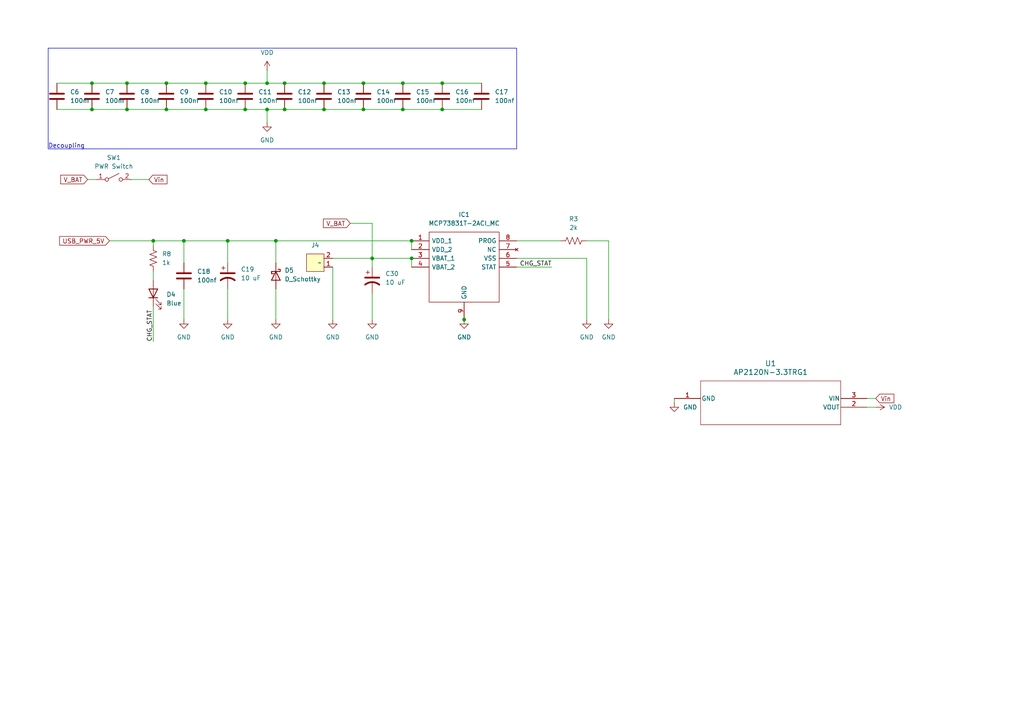
<source format=kicad_sch>
(kicad_sch (version 20231120) (generator "eeschema") (generator_version "8.0")
  (paper "A4")
  (lib_symbols
    (symbol "Device:C" (pin_numbers hide) (pin_names (offset 0.254))
      (property "Reference" "C" (at 0.635 2.54 0))
      (property "Value" "C" (at 0.635 -2.54 0))
      (symbol "C_0_1"
        (polyline (pts (xy -2.032 -0.762) (xy 2.032 -0.762)) (stroke (width 0.508)))
        (polyline (pts (xy -2.032 0.762) (xy 2.032 0.762)) (stroke (width 0.508)))
      )
      (symbol "C_1_1"
        (pin passive line (at 0 3.81 270) (length 2.794) (name "~") (number "1"))
        (pin passive line (at 0 -3.81 90) (length 2.794) (name "~") (number "2"))
      )
    )
    (symbol "Device:C_Polarized_US" (pin_numbers hide) (pin_names (offset 0.254) hide)
      (property "Reference" "C" (at 0.635 2.54 0))
      (property "Value" "C_Polarized_US" (at 0.635 -2.54 0))
      (symbol "C_Polarized_US_0_1"
        (polyline (pts (xy -2.032 0.762) (xy 2.032 0.762)) (stroke (width 0.508)))
        (polyline (pts (xy -1.778 2.286) (xy -0.762 2.286)))
        (polyline (pts (xy -1.27 1.778) (xy -1.27 2.794)))
        (arc (start 2.032 -1.27) (mid 0 -0.5572) (end -2.032 -1.27) (stroke (width 0.508)))
      )
      (symbol "C_Polarized_US_1_1"
        (pin passive line (at 0 3.81 270) (length 2.794) (name "~") (number "1"))
        (pin passive line (at 0 -3.81 90) (length 3.302) (name "~") (number "2"))
      )
    )
    (symbol "Device:D_Schottky" (pin_numbers hide) (pin_names (offset 1.016) hide)
      (property "Reference" "D" (at 0 2.54 0))
      (property "Value" "D_Schottky" (at 0 -2.54 0))
      (symbol "D_Schottky_0_1"
        (polyline (pts (xy 1.27 0) (xy -1.27 0)))
        (polyline (pts (xy 1.27 1.27) (xy 1.27 -1.27) (xy -1.27 0) (xy 1.27 1.27)) (stroke (width 0.254)))
        (polyline (pts (xy -1.905 0.635) (xy -1.905 1.27) (xy -1.27 1.27) (xy -1.27 -1.27) (xy -0.635 -1.27) (xy -0.635 -0.635)) (stroke (width 0.254)))
      )
      (symbol "D_Schottky_1_1"
        (pin passive line (at -3.81 0 0) (length 2.54) (name "K") (number "1"))
        (pin passive line (at 3.81 0 180) (length 2.54) (name "A") (number "2"))
      )
    )
    (symbol "Device:LED" (pin_numbers hide) (pin_names (offset 1.016) hide)
      (property "Reference" "D" (at 0 2.54 0))
      (property "Value" "LED" (at 0 -2.54 0))
      (symbol "LED_0_1"
        (polyline (pts (xy -1.27 -1.27) (xy -1.27 1.27)) (stroke (width 0.254)))
        (polyline (pts (xy -1.27 0) (xy 1.27 0)))
        (polyline (pts (xy 1.27 -1.27) (xy 1.27 1.27) (xy -1.27 0) (xy 1.27 -1.27)) (stroke (width 0.254)))
        (polyline (pts (xy -3.048 -0.762) (xy -4.572 -2.286) (xy -3.81 -2.286) (xy -4.572 -2.286) (xy -4.572 -1.524)))
        (polyline (pts (xy -1.778 -0.762) (xy -3.302 -2.286) (xy -2.54 -2.286) (xy -3.302 -2.286) (xy -3.302 -1.524)))
      )
      (symbol "LED_1_1"
        (pin passive line (at -3.81 0 0) (length 2.54) (name "K") (number "1"))
        (pin passive line (at 3.81 0 180) (length 2.54) (name "A") (number "2"))
      )
    )
    (symbol "Device:R_US" (pin_numbers hide) (pin_names (offset 0))
      (property "Reference" "R" (at 2.54 0 90))
      (property "Value" "R_US" (at -2.54 0 90))
      (symbol "R_US_0_1"
        (polyline (pts (xy 0 -2.286) (xy 0 -2.54)))
        (polyline (pts (xy 0 2.286) (xy 0 2.54)))
        (polyline (pts (xy 0 -0.762) (xy 1.016 -1.143) (xy 0 -1.524) (xy -1.016 -1.905) (xy 0 -2.286)))
        (polyline (pts (xy 0 0.762) (xy 1.016 0.381) (xy 0 0) (xy -1.016 -0.381) (xy 0 -0.762)))
        (polyline (pts (xy 0 2.286) (xy 1.016 1.905) (xy 0 1.524) (xy -1.016 1.143) (xy 0 0.762)))
      )
      (symbol "R_US_1_1"
        (pin passive line (at 0 3.81 270) (length 1.27) (name "~") (number "1"))
        (pin passive line (at 0 -3.81 90) (length 1.27) (name "~") (number "2"))
      )
    )
    (symbol "NoahLibrary:AP2120N-3.3TRG1" (pin_names (offset 0.254))
      (property "Reference" "U" (at 27.94 10.16 0))
      (property "Value" "AP2120N-3.3TRG1" (at 27.94 7.62 0))
      (symbol "AP2120N-3.3TRG1_0_1"
        (polyline (pts (xy 7.62 -7.62) (xy 48.26 -7.62)) (stroke (width 0.127)))
        (polyline (pts (xy 7.62 5.08) (xy 7.62 -7.62)) (stroke (width 0.127)))
        (polyline (pts (xy 48.26 -7.62) (xy 48.26 5.08)) (stroke (width 0.127)))
        (polyline (pts (xy 48.26 5.08) (xy 7.62 5.08)) (stroke (width 0.127)))
        (pin power_in line (at 0 0 0) (length 7.62) (name "GND") (number "1"))
        (pin output line (at 55.88 -2.54 180) (length 7.62) (name "VOUT") (number "2"))
        (pin input line (at 55.88 0 180) (length 7.62) (name "VIN") (number "3"))
      )
    )
    (symbol "NoahLibrary:BM02B-SRSS-TB"
      (property "Reference" "J" (at 0 3.81 0))
      (property "Manf PN" "BM02B-SRSS-TB" (at 12.7 0 0))
      (symbol "BM02B-SRSS-TB_1_1"
        (rectangle (start -2.54 2.54) (end 2.54 -2.54) (fill (type background)))
        (pin input line (at -5.08 1.27 0) (length 2.54) (name "") (number "1"))
        (pin input line (at -5.08 -1.27 0) (length 2.54) (name "") (number "2"))
      )
    )
    (symbol "NoahLibrary:MCP73831T-2ACI_MC" (pin_names (offset 0.762))
      (property "Reference" "IC" (at 5.08 6.604 0))
      (property "Value" "MCP73831T-2ACI_MC" (at 5.08 4.064 0))
      (symbol "MCP73831T-2ACI_MC_0_0"
        (pin passive line (at 0 0 0) (length 5.08) (name "VDD_1") (number "1"))
        (pin passive line (at 0 -2.54 0) (length 5.08) (name "VDD_2") (number "2"))
        (pin passive line (at 0 -5.08 0) (length 5.08) (name "VBAT_1") (number "3"))
        (pin passive line (at 0 -7.62 0) (length 5.08) (name "VBAT_2") (number "4"))
        (pin passive line (at 30.48 -7.62 180) (length 5.08) (name "STAT") (number "5"))
        (pin passive line (at 30.48 -5.08 180) (length 5.08) (name "VSS") (number "6"))
        (pin no_connect line (at 30.48 -2.54 180) (length 5.08) (name "NC") (number "7"))
        (pin passive line (at 30.48 0 180) (length 5.08) (name "PROG") (number "8"))
        (pin passive line (at 15.24 -22.86 90) (length 5.08) (name "GND") (number "9"))
      )
      (symbol "MCP73831T-2ACI_MC_0_1"
        (polyline (pts (xy 5.08 2.54) (xy 25.4 2.54) (xy 25.4 -17.78) (xy 5.08 -17.78) (xy 5.08 2.54)) (stroke (width 0.1524)))
      )
    )
    (symbol "Switch:SW_SPST" (pin_names (offset 0) hide)
      (property "Reference" "SW" (at 0 3.175 0))
      (property "Value" "SW_SPST" (at 0 -2.54 0))
      (symbol "SW_SPST_0_0"
        (circle (center -2.032 0) (radius 0.508))
        (polyline (pts (xy -1.524 0.254) (xy 1.524 1.778)))
        (circle (center 2.032 0) (radius 0.508))
      )
      (symbol "SW_SPST_1_1"
        (pin passive line (at -5.08 0 0) (length 2.54) (name "A") (number "1"))
        (pin passive line (at 5.08 0 180) (length 2.54) (name "B") (number "2"))
      )
    )
    (symbol "power:GND" (power) (pin_numbers hide) (pin_names (offset 0) hide)
      (property "Value" "GND" (at 0 -3.81 0))
      (symbol "GND_0_1"
        (polyline (pts (xy 0 0) (xy 0 -1.27) (xy 1.27 -1.27) (xy 0 -2.54) (xy -1.27 -1.27) (xy 0 -1.27)))
      )
      (symbol "GND_1_1"
        (pin power_in line (at 0 0 270) (length 0) (name "~") (number "1"))
      )
    )
    (symbol "power:VDD" (power) (pin_numbers hide) (pin_names (offset 0) hide)
      (property "Value" "VDD" (at 0 3.556 0))
      (symbol "VDD_0_1"
        (polyline (pts (xy -0.762 1.27) (xy 0 2.54)))
        (polyline (pts (xy 0 0) (xy 0 2.54)))
        (polyline (pts (xy 0 2.54) (xy 0.762 1.27)))
      )
      (symbol "VDD_1_1"
        (pin power_in line (at 0 0 90) (length 0) (name "~") (number "1"))
      )
    )
  )
  (junction (at 128.27 24.13))
  (junction (at 82.55 31.75))
  (junction (at 48.26 31.75))
  (junction (at 71.12 24.13))
  (junction (at 82.55 24.13))
  (junction (at 77.47 31.75))
  (junction (at 53.34 69.85))
  (junction (at 26.67 24.13))
  (junction (at 128.27 31.75))
  (junction (at 119.38 69.85))
  (junction (at 77.47 24.13))
  (junction (at 105.41 31.75))
  (junction (at 80.01 69.85))
  (junction (at 71.12 31.75))
  (junction (at 48.26 24.13))
  (junction (at 36.83 31.75))
  (junction (at 105.41 24.13))
  (junction (at 66.04 69.85))
  (junction (at 134.62 92.71))
  (junction (at 36.83 24.13))
  (junction (at 44.45 69.85))
  (junction (at 93.98 24.13))
  (junction (at 119.38 74.93))
  (junction (at 93.98 31.75))
  (junction (at 59.69 31.75))
  (junction (at 26.67 31.75))
  (junction (at 116.84 24.13))
  (junction (at 116.84 31.75))
  (junction (at 107.95 74.93))
  (junction (at 59.69 24.13))
  (wire (pts (xy 119.38 69.85) (xy 119.38 72.39)))
  (wire (pts (xy 176.53 69.85) (xy 176.53 92.71)))
  (wire (pts (xy 116.84 24.13) (xy 128.27 24.13)))
  (wire (pts (xy 36.83 24.13) (xy 48.26 24.13)))
  (wire (pts (xy 31.75 69.85) (xy 44.45 69.85)))
  (wire (pts (xy 66.04 76.2) (xy 66.04 69.85)))
  (wire (pts (xy 53.34 69.85) (xy 66.04 69.85)))
  (wire (pts (xy 44.45 78.74) (xy 44.45 81.28)))
  (wire (pts (xy 59.69 24.13) (xy 71.12 24.13)))
  (wire (pts (xy 149.86 77.47) (xy 160.02 77.47)))
  (wire (pts (xy 77.47 31.75) (xy 77.47 35.56)))
  (wire (pts (xy 93.98 31.75) (xy 105.41 31.75)))
  (wire (pts (xy 36.83 31.75) (xy 48.26 31.75)))
  (wire (pts (xy 170.18 69.85) (xy 176.53 69.85)))
  (wire (pts (xy 107.95 74.93) (xy 119.38 74.93)))
  (wire (pts (xy 149.86 74.93) (xy 170.18 74.93)))
  (wire (pts (xy 107.95 85.09) (xy 107.95 92.71)))
  (wire (pts (xy 195.58 115.57) (xy 195.58 116.84)))
  (wire (pts (xy 26.67 31.75) (xy 36.83 31.75)))
  (wire (pts (xy 80.01 69.85) (xy 80.01 76.2)))
  (wire (pts (xy 80.01 83.82) (xy 80.01 92.71)))
  (wire (pts (xy 251.46 118.11) (xy 254 118.11)))
  (wire (pts (xy 251.46 115.57) (xy 254 115.57)))
  (wire (pts (xy 170.18 74.93) (xy 170.18 92.71)))
  (wire (pts (xy 105.41 31.75) (xy 116.84 31.75)))
  (wire (pts (xy 149.86 69.85) (xy 162.56 69.85)))
  (wire (pts (xy 134.62 90.17) (xy 134.62 92.71)))
  (wire (pts (xy 93.98 24.13) (xy 105.41 24.13)))
  (wire (pts (xy 59.69 31.75) (xy 71.12 31.75)))
  (wire (pts (xy 44.45 69.85) (xy 53.34 69.85)))
  (wire (pts (xy 80.01 69.85) (xy 119.38 69.85)))
  (wire (pts (xy 44.45 88.9) (xy 44.45 99.06)))
  (wire (pts (xy 16.51 24.13) (xy 26.67 24.13)))
  (wire (pts (xy 116.84 31.75) (xy 128.27 31.75)))
  (wire (pts (xy 128.27 31.75) (xy 139.7 31.75)))
  (wire (pts (xy 96.52 74.93) (xy 107.95 74.93)))
  (wire (pts (xy 38.1 52.07) (xy 43.18 52.07)))
  (wire (pts (xy 25.4 52.07) (xy 27.94 52.07)))
  (wire (pts (xy 107.95 64.77) (xy 107.95 74.93)))
  (wire (pts (xy 26.67 24.13) (xy 36.83 24.13)))
  (wire (pts (xy 48.26 24.13) (xy 59.69 24.13)))
  (wire (pts (xy 66.04 83.82) (xy 66.04 92.71)))
  (wire (pts (xy 82.55 24.13) (xy 93.98 24.13)))
  (wire (pts (xy 119.38 74.93) (xy 119.38 77.47)))
  (wire (pts (xy 82.55 31.75) (xy 93.98 31.75)))
  (wire (pts (xy 101.6 64.77) (xy 107.95 64.77)))
  (wire (pts (xy 44.45 69.85) (xy 44.45 71.12)))
  (wire (pts (xy 128.27 24.13) (xy 139.7 24.13)))
  (wire (pts (xy 48.26 31.75) (xy 59.69 31.75)))
  (wire (pts (xy 53.34 83.82) (xy 53.34 92.71)))
  (wire (pts (xy 53.34 69.85) (xy 53.34 76.2)))
  (wire (pts (xy 16.51 31.75) (xy 26.67 31.75)))
  (wire (pts (xy 71.12 24.13) (xy 77.47 24.13)))
  (wire (pts (xy 66.04 69.85) (xy 80.01 69.85)))
  (wire (pts (xy 77.47 20.32) (xy 77.47 24.13)))
  (wire (pts (xy 77.47 31.75) (xy 82.55 31.75)))
  (wire (pts (xy 77.47 24.13) (xy 82.55 24.13)))
  (wire (pts (xy 105.41 24.13) (xy 116.84 24.13)))
  (wire (pts (xy 96.52 77.47) (xy 96.52 92.71)))
  (wire (pts (xy 71.12 31.75) (xy 77.47 31.75)))
  (wire (pts (xy 107.95 74.93) (xy 107.95 77.47)))
  (rectangle (start 13.97 13.97) (end 149.86 43.18))
  (text "Decoupling" (at 13.97 43.18 0) (effects (font (size 1.27 1.27)) (justify left bottom)))
  (label "CHG_STAT" (at 160.02 77.47 180))
  (label "CHG_STAT" (at 44.45 99.06 90))
  (global_label "V_BAT" (shape input) (at 25.4 52.07 180) (property "Intersheetrefs" "${INTERSHEET_REFS}" (effects (hide yes))))
  (global_label "V_BAT" (shape input) (at 101.6 64.77 180) (property "Intersheetrefs" "${INTERSHEET_REFS}" (effects (hide yes))))
  (global_label "Vin" (shape input) (at 43.18 52.07 0) (property "Intersheetrefs" "${INTERSHEET_REFS}" (effects (hide yes))))
  (global_label "Vin" (shape input) (at 254 115.57 0) (property "Intersheetrefs" "${INTERSHEET_REFS}" (effects (hide yes))))
  (global_label "USB_PWR_5V" (shape input) (at 31.75 69.85 180) (property "Intersheetrefs" "${INTERSHEET_REFS}" (effects (hide yes))))
  (symbol (lib_id "Device:C") (at 36.83 27.94 0) (unit 1)
    (property "Reference" "C8" (at 40.64 26.67 0) (effects (justify left)))
    (property "Value" "100nf" (at 40.64 29.21 0) (effects (justify left)))
    (property "Footprint" "Capacitor_SMD:C_0603_1608Metric" (effects (hide yes)))
    (property "Description" "Unpolarized capacitor" (effects (hide yes)))
    (property "Link To Purchase" "https://www.mouser.com/ProductDetail/KYOCERA-AVX/KAM15AR71H104KT?qs=Jm2GQyTW%2Fbh2%2FGRPGE98wA%3D%3D" (effects (hide yes)))
    (property "Part Number" "KAM15AR71H104KT" (effects (hide yes)))
    (property "JLCPCB Part #" "C14663" (effects (hide yes)))
    (property "LCSC Part Number" "C14663" (effects (hide yes)))
  )
  (symbol (lib_id "power:GND") (at 66.04 92.71 0) (unit 1)
    (property "Reference" "#PWR026" (effects (hide yes)))
    (property "Value" "GND" (at 66.04 97.79 0))
    (property "Description" "Power symbol creates a global label with name \"GND\" , ground" (effects (hide yes)))
  )
  (symbol (lib_id "Device:C") (at 48.26 27.94 0) (unit 1)
    (property "Reference" "C9" (at 52.07 26.67 0) (effects (justify left)))
    (property "Value" "100nf" (at 52.07 29.21 0) (effects (justify left)))
    (property "Footprint" "Capacitor_SMD:C_0603_1608Metric" (effects (hide yes)))
    (property "Description" "Unpolarized capacitor" (effects (hide yes)))
    (property "Link To Purchase" "https://www.mouser.com/ProductDetail/KYOCERA-AVX/KAM15AR71H104KT?qs=Jm2GQyTW%2Fbh2%2FGRPGE98wA%3D%3D" (effects (hide yes)))
    (property "Part Number" "KAM15AR71H104KT" (effects (hide yes)))
    (property "JLCPCB Part #" "C14663" (effects (hide yes)))
    (property "LCSC Part Number" "C14663" (effects (hide yes)))
  )
  (symbol (lib_id "Device:C") (at 26.67 27.94 0) (unit 1)
    (property "Reference" "C7" (at 30.48 26.67 0) (effects (justify left)))
    (property "Value" "100nf" (at 30.48 29.21 0) (effects (justify left)))
    (property "Footprint" "Capacitor_SMD:C_0603_1608Metric" (effects (hide yes)))
    (property "Description" "Unpolarized capacitor" (effects (hide yes)))
    (property "Link To Purchase" "https://www.mouser.com/ProductDetail/KYOCERA-AVX/KAM15AR71H104KT?qs=Jm2GQyTW%2Fbh2%2FGRPGE98wA%3D%3D" (effects (hide yes)))
    (property "Part Number" "KAM15AR71H104KT" (effects (hide yes)))
    (property "JLCPCB Part #" "C14663" (effects (hide yes)))
    (property "LCSC Part Number" "C14663" (effects (hide yes)))
  )
  (symbol (lib_id "Device:C_Polarized_US") (at 107.95 81.28 0) (unit 1)
    (property "Reference" "C30" (at 111.76 79.375 0) (effects (justify left)))
    (property "Value" "10 uF" (at 111.76 81.915 0) (effects (justify left)))
    (property "Footprint" "Capacitor_SMD:C_0805_2012Metric" (effects (hide yes)))
    (property "Description" "Polarized capacitor, US symbol" (effects (hide yes)))
    (property "Manufacturer" "Murata Electronics" (effects (hide yes)))
    (property "Manf PN" "GRM21BB31C106ME15L" (effects (hide yes)))
    (property "JLCPCB Part #" "C692636" (effects (hide yes)))
    (property "LCSC Part Number" "C692636" (effects (hide yes)))
  )
  (symbol (lib_id "power:GND") (at 195.58 116.84 0) (unit 1)
    (property "Reference" "#PWR012" (effects (hide yes)))
    (property "Value" "GND" (at 198.12 118.11 0) (effects (justify left)))
    (property "Description" "Power symbol creates a global label with name \"GND\" , ground" (effects (hide yes)))
  )
  (symbol (lib_id "Device:C") (at 128.27 27.94 0) (unit 1)
    (property "Reference" "C16" (at 132.08 26.67 0) (effects (justify left)))
    (property "Value" "100nf" (at 132.08 29.21 0) (effects (justify left)))
    (property "Footprint" "Capacitor_SMD:C_0603_1608Metric" (effects (hide yes)))
    (property "Description" "Unpolarized capacitor" (effects (hide yes)))
    (property "Link To Purchase" "https://www.mouser.com/ProductDetail/KYOCERA-AVX/KAM15AR71H104KT?qs=Jm2GQyTW%2Fbh2%2FGRPGE98wA%3D%3D" (effects (hide yes)))
    (property "Part Number" "KAM15AR71H104KT" (effects (hide yes)))
    (property "JLCPCB Part #" "C14663" (effects (hide yes)))
    (property "LCSC Part Number" "C14663" (effects (hide yes)))
  )
  (symbol (lib_id "Device:C") (at 71.12 27.94 0) (unit 1)
    (property "Reference" "C11" (at 74.93 26.67 0) (effects (justify left)))
    (property "Value" "100nf" (at 74.93 29.21 0) (effects (justify left)))
    (property "Footprint" "Capacitor_SMD:C_0603_1608Metric" (effects (hide yes)))
    (property "Description" "Unpolarized capacitor" (effects (hide yes)))
    (property "Link To Purchase" "https://www.mouser.com/ProductDetail/KYOCERA-AVX/KAM15AR71H104KT?qs=Jm2GQyTW%2Fbh2%2FGRPGE98wA%3D%3D" (effects (hide yes)))
    (property "Part Number" "KAM15AR71H104KT" (effects (hide yes)))
    (property "JLCPCB Part #" "C14663" (effects (hide yes)))
    (property "LCSC Part Number" "C14663" (effects (hide yes)))
  )
  (symbol (lib_id "Device:R_US") (at 166.37 69.85 90) (unit 1)
    (property "Reference" "R3" (at 166.37 63.5 90))
    (property "Value" "2k" (at 166.37 66.04 90))
    (property "Footprint" "Resistor_SMD:R_0402_1005Metric" (effects (hide yes)))
    (property "Description" "Resistor, US symbol" (effects (hide yes)))
    (property "Manf" "YAGEO" (effects (hide yes)))
    (property "Manf PN" "AF0402FR-072KL" (effects (hide yes)))
    (property "JLCPCB Part #" "C144035" (effects (hide yes)))
    (property "LCSC Part Number" "C144035" (effects (hide yes)))
  )
  (symbol (lib_id "Device:C") (at 16.51 27.94 0) (unit 1)
    (property "Reference" "C6" (at 20.32 26.67 0) (effects (justify left)))
    (property "Value" "100nf" (at 20.32 29.21 0) (effects (justify left)))
    (property "Footprint" "Capacitor_SMD:C_0603_1608Metric" (effects (hide yes)))
    (property "Description" "Unpolarized capacitor" (effects (hide yes)))
    (property "Link To Purchase" "https://www.mouser.com/ProductDetail/KYOCERA-AVX/KAM15AR71H104KT?qs=Jm2GQyTW%2Fbh2%2FGRPGE98wA%3D%3D" (effects (hide yes)))
    (property "Part Number" "KAM15AR71H104KT" (effects (hide yes)))
    (property "JLCPCB Part #" "C14663" (effects (hide yes)))
    (property "LCSC Part Number" "C14663" (effects (hide yes)))
  )
  (symbol (lib_id "Device:C_Polarized_US") (at 66.04 80.01 0) (unit 1)
    (property "Reference" "C19" (at 69.85 78.105 0) (effects (justify left)))
    (property "Value" "10 uF" (at 69.85 80.645 0) (effects (justify left)))
    (property "Footprint" "Capacitor_SMD:C_0805_2012Metric" (effects (hide yes)))
    (property "Description" "Polarized capacitor, US symbol" (effects (hide yes)))
    (property "Manufacturer" "Murata Electronics" (effects (hide yes)))
    (property "Manf PN" "GRM21BB31C106ME15L" (effects (hide yes)))
    (property "JLCPCB Part #" "C692636" (effects (hide yes)))
    (property "LCSC Part Number" "C692636" (effects (hide yes)))
  )
  (symbol (lib_id "NoahLibrary:BM02B-SRSS-TB") (at 91.44 76.2 180) (unit 1)
    (property "Reference" "J4" (at 91.44 71.12 0))
    (property "Value" "~" (at 92.71 76.2 0))
    (property "Footprint" "NoahsFootprints:BM02B-SRSS-TB" (effects (hide yes)))
    (property "Manf PN" "BM02B-SRSS-TB" (effects (hide yes)))
    (property "JLCPCB Part #" "C160388" (effects (hide yes)))
    (property "LCSC Part Number" "C160388" (effects (hide yes)))
  )
  (symbol (lib_id "power:GND") (at 170.18 92.71 0) (unit 1)
    (property "Reference" "#PWR030" (effects (hide yes)))
    (property "Value" "GND" (at 170.18 97.79 0))
    (property "Description" "Power symbol creates a global label with name \"GND\" , ground" (effects (hide yes)))
  )
  (symbol (lib_id "Device:C") (at 116.84 27.94 0) (unit 1)
    (property "Reference" "C15" (at 120.65 26.67 0) (effects (justify left)))
    (property "Value" "100nf" (at 120.65 29.21 0) (effects (justify left)))
    (property "Footprint" "Capacitor_SMD:C_0603_1608Metric" (effects (hide yes)))
    (property "Description" "Unpolarized capacitor" (effects (hide yes)))
    (property "Link To Purchase" "https://www.mouser.com/ProductDetail/KYOCERA-AVX/KAM15AR71H104KT?qs=Jm2GQyTW%2Fbh2%2FGRPGE98wA%3D%3D" (effects (hide yes)))
    (property "Part Number" "KAM15AR71H104KT" (effects (hide yes)))
    (property "JLCPCB Part #" "C14663" (effects (hide yes)))
    (property "LCSC Part Number" "C14663" (effects (hide yes)))
  )
  (symbol (lib_id "Device:C") (at 59.69 27.94 0) (unit 1)
    (property "Reference" "C10" (at 63.5 26.67 0) (effects (justify left)))
    (property "Value" "100nf" (at 63.5 29.21 0) (effects (justify left)))
    (property "Footprint" "Capacitor_SMD:C_0603_1608Metric" (effects (hide yes)))
    (property "Description" "Unpolarized capacitor" (effects (hide yes)))
    (property "Link To Purchase" "https://www.mouser.com/ProductDetail/KYOCERA-AVX/KAM15AR71H104KT?qs=Jm2GQyTW%2Fbh2%2FGRPGE98wA%3D%3D" (effects (hide yes)))
    (property "Part Number" "KAM15AR71H104KT" (effects (hide yes)))
    (property "JLCPCB Part #" "C14663" (effects (hide yes)))
    (property "LCSC Part Number" "C14663" (effects (hide yes)))
  )
  (symbol (lib_id "power:GND") (at 176.53 92.71 0) (unit 1)
    (property "Reference" "#PWR031" (effects (hide yes)))
    (property "Value" "GND" (at 176.53 97.79 0))
    (property "Description" "Power symbol creates a global label with name \"GND\" , ground" (effects (hide yes)))
  )
  (symbol (lib_id "Device:C") (at 93.98 27.94 0) (unit 1)
    (property "Reference" "C13" (at 97.79 26.67 0) (effects (justify left)))
    (property "Value" "100nf" (at 97.79 29.21 0) (effects (justify left)))
    (property "Footprint" "Capacitor_SMD:C_0603_1608Metric" (effects (hide yes)))
    (property "Description" "Unpolarized capacitor" (effects (hide yes)))
    (property "Link To Purchase" "https://www.mouser.com/ProductDetail/KYOCERA-AVX/KAM15AR71H104KT?qs=Jm2GQyTW%2Fbh2%2FGRPGE98wA%3D%3D" (effects (hide yes)))
    (property "Part Number" "KAM15AR71H104KT" (effects (hide yes)))
    (property "JLCPCB Part #" "C14663" (effects (hide yes)))
    (property "LCSC Part Number" "C14663" (effects (hide yes)))
  )
  (symbol (lib_id "NoahLibrary:AP2120N-3.3TRG1") (at 195.58 115.57 0) (unit 1)
    (property "Reference" "U1" (at 223.52 105.41 0) (effects (font (size 1.524 1.524))))
    (property "Value" "AP2120N-3.3TRG1" (at 223.52 107.95 0) (effects (font (size 1.524 1.524))))
    (property "Footprint" "SOT-23_DIO" (effects (hide yes)))
    (property "Datasheet" "AP2120N-3.3TRG1" (effects (hide yes)))
    (property "JLCPCB Part #" "C156330" (effects (hide yes)))
    (property "LCSC Part Number" "C156330" (effects (hide yes)))
  )
  (symbol (lib_id "Device:LED") (at 44.45 85.09 90) (unit 1)
    (property "Reference" "D4" (at 48.26 85.4075 90) (effects (justify right)))
    (property "Value" "Blue" (at 48.26 87.9475 90) (effects (justify right)))
    (property "Footprint" "LED_SMD:LED_0402_1005Metric" (effects (hide yes)))
    (property "Description" "Light emitting diode" (effects (hide yes)))
    (property "JLCPCB Part #" "C2856703" (effects (hide yes)))
    (property "Manufacturer" "XINGLIGHT" (effects (hide yes)))
    (property "Manf PN" "XL-1005UGC" (effects (hide yes)))
    (property "LCSC Part Number" "C2856703" (effects (hide yes)))
  )
  (symbol (lib_id "power:GND") (at 80.01 92.71 0) (unit 1)
    (property "Reference" "#PWR033" (effects (hide yes)))
    (property "Value" "GND" (at 80.01 97.79 0))
    (property "Description" "Power symbol creates a global label with name \"GND\" , ground" (effects (hide yes)))
  )
  (symbol (lib_id "Device:C") (at 139.7 27.94 0) (unit 1)
    (property "Reference" "C17" (at 143.51 26.67 0) (effects (justify left)))
    (property "Value" "100nf" (at 143.51 29.21 0) (effects (justify left)))
    (property "Footprint" "Capacitor_SMD:C_0603_1608Metric" (effects (hide yes)))
    (property "Description" "Unpolarized capacitor" (effects (hide yes)))
    (property "Link To Purchase" "https://www.mouser.com/ProductDetail/KYOCERA-AVX/KAM15AR71H104KT?qs=Jm2GQyTW%2Fbh2%2FGRPGE98wA%3D%3D" (effects (hide yes)))
    (property "Part Number" "KAM15AR71H104KT" (effects (hide yes)))
    (property "JLCPCB Part #" "C14663" (effects (hide yes)))
    (property "LCSC Part Number" "C14663" (effects (hide yes)))
  )
  (symbol (lib_id "Device:D_Schottky") (at 80.01 80.01 270) (unit 1)
    (property "Reference" "D5" (at 82.55 78.4225 90) (effects (justify left)))
    (property "Value" "D_Schottky" (at 82.55 80.9625 90) (effects (justify left)))
    (property "Footprint" "Diode_SMD:D_SMA" (effects (hide yes)))
    (property "Description" "Schottky diode" (effects (hide yes)))
    (property "JLCPCB Part #" "C98802" (effects (hide yes)))
    (property "Manf PN" "SMAJ5.0A-TR" (effects (hide yes)))
    (property "Manf" "STMicroelectronics" (effects (hide yes)))
    (property "LCSC Part Number" "C98802" (effects (hide yes)))
  )
  (symbol (lib_id "Device:C") (at 53.34 80.01 0) (unit 1)
    (property "Reference" "C18" (at 57.15 78.74 0) (effects (justify left)))
    (property "Value" "100nf" (at 57.15 81.28 0) (effects (justify left)))
    (property "Footprint" "Capacitor_SMD:C_0603_1608Metric" (effects (hide yes)))
    (property "Description" "Unpolarized capacitor" (effects (hide yes)))
    (property "Link To Purchase" "https://www.mouser.com/ProductDetail/KYOCERA-AVX/KAM15AR71H104KT?qs=Jm2GQyTW%2Fbh2%2FGRPGE98wA%3D%3D" (effects (hide yes)))
    (property "Part Number" "KAM15AR71H104KT" (effects (hide yes)))
    (property "JLCPCB Part #" "C14663" (effects (hide yes)))
    (property "LCSC Part Number" "C14663" (effects (hide yes)))
  )
  (symbol (lib_id "NoahLibrary:MCP73831T-2ACI_MC") (at 119.38 69.85 0) (unit 1)
    (property "Reference" "IC1" (at 134.62 62.23 0))
    (property "Value" "MCP73831T-2ACI_MC" (at 134.62 64.77 0))
    (property "Footprint" "NoahsFootprints:SON50P300X200X100-9N-D" (effects (hide yes)))
    (property "Datasheet" "http://ww1.microchip.com/downloads/en/DeviceDoc/20001984g.pdf" (effects (hide yes)))
    (property "Description" "MICROCHIP - MCP73831T-2ACI/MC - BATTERY CHARGER, LI-ION/POL, 0.5A, DFN-8" (effects (hide yes)))
    (property "Height" "1" (effects (hide yes)))
    (property "Mouser Part Number" "579-MCP73831T-2ACIMC" (effects (hide yes)))
    (property "Mouser Price/Stock" "https://www.mouser.co.uk/ProductDetail/Microchip-Technology/MCP73831T-2ACI-MC?qs=yUQqVecv4quJ3ICqm%2FGZxw%3D%3D" (effects (hide yes)))
    (property "Manufacturer_Name" "Microchip" (effects (hide yes)))
    (property "Manufacturer_Part_Number" "MCP73831T-2ACI/MC" (effects (hide yes)))
    (property "JLCPCB Part #" "C411870" (effects (hide yes)))
  )
  (symbol (lib_id "power:GND") (at 53.34 92.71 0) (unit 1)
    (property "Reference" "#PWR025" (effects (hide yes)))
    (property "Value" "GND" (at 53.34 97.79 0))
    (property "Description" "Power symbol creates a global label with name \"GND\" , ground" (effects (hide yes)))
  )
  (symbol (lib_id "power:GND") (at 96.52 92.71 0) (unit 1)
    (property "Reference" "#PWR028" (effects (hide yes)))
    (property "Value" "GND" (at 96.52 97.79 0))
    (property "Description" "Power symbol creates a global label with name \"GND\" , ground" (effects (hide yes)))
  )
  (symbol (lib_id "power:GND") (at 77.47 35.56 0) (unit 1)
    (property "Reference" "#PWR011" (effects (hide yes)))
    (property "Value" "GND" (at 77.47 40.64 0))
    (property "Description" "Power symbol creates a global label with name \"GND\" , ground" (effects (hide yes)))
  )
  (symbol (lib_id "Device:R_US") (at 44.45 74.93 0) (unit 1)
    (property "Reference" "R8" (at 46.99 73.66 0) (effects (justify left)))
    (property "Value" "1k" (at 46.99 76.2 0) (effects (justify left)))
    (property "Footprint" "Resistor_SMD:R_0402_1005Metric" (effects (hide yes)))
    (property "Description" "Resistor, US symbol" (effects (hide yes)))
    (property "Part Number" "RC0402FR-071KL" (effects (hide yes)))
    (property "JLCPCB Part #" "C106235" (effects (hide yes)))
    (property "Package" "0402" (effects (hide yes)))
    (property "LCSC Part Number" "C106235" (effects (hide yes)))
  )
  (symbol (lib_id "power:VDD") (at 254 118.11 270) (unit 1)
    (property "Reference" "#PWR013" (effects (hide yes)))
    (property "Value" "VDD" (at 257.81 118.11 90) (effects (justify left)))
    (property "Description" "Power symbol creates a global label with name \"VDD\"" (effects (hide yes)))
  )
  (symbol (lib_id "Device:C") (at 105.41 27.94 0) (unit 1)
    (property "Reference" "C14" (at 109.22 26.67 0) (effects (justify left)))
    (property "Value" "100nf" (at 109.22 29.21 0) (effects (justify left)))
    (property "Footprint" "Capacitor_SMD:C_0603_1608Metric" (effects (hide yes)))
    (property "Description" "Unpolarized capacitor" (effects (hide yes)))
    (property "Link To Purchase" "https://www.mouser.com/ProductDetail/KYOCERA-AVX/KAM15AR71H104KT?qs=Jm2GQyTW%2Fbh2%2FGRPGE98wA%3D%3D" (effects (hide yes)))
    (property "Part Number" "KAM15AR71H104KT" (effects (hide yes)))
    (property "JLCPCB Part #" "C14663" (effects (hide yes)))
    (property "LCSC Part Number" "C14663" (effects (hide yes)))
  )
  (symbol (lib_id "Switch:SW_SPST") (at 33.02 52.07 0) (unit 1)
    (property "Reference" "SW1" (at 33.02 45.72 0))
    (property "Value" "PWR Switch" (at 33.02 48.26 0))
    (property "Footprint" "NoahsFootprints:HX MSK12CO2-BBTM" (effects (hide yes)))
    (property "Description" "Single Pole Single Throw (SPST) switch" (effects (hide yes)))
    (property "JLCPCB Part #" "C5149818" (effects (hide yes)))
    (property "LCSC Part Number" "C5149818" (effects (hide yes)))
  )
  (symbol (lib_id "power:GND") (at 107.95 92.71 0) (unit 1)
    (property "Reference" "#PWR029" (effects (hide yes)))
    (property "Value" "GND" (at 107.95 97.79 0))
    (property "Description" "Power symbol creates a global label with name \"GND\" , ground" (effects (hide yes)))
  )
  (symbol (lib_id "power:GND") (at 134.62 92.71 0) (unit 1)
    (property "Reference" "#PWR032" (effects (hide yes)))
    (property "Value" "GND" (at 134.62 97.79 0))
    (property "Description" "Power symbol creates a global label with name \"GND\" , ground" (effects (hide yes)))
  )
  (symbol (lib_id "power:VDD") (at 77.47 20.32 0) (unit 1)
    (property "Reference" "#PWR01" (effects (hide yes)))
    (property "Value" "VDD" (at 77.47 15.24 0))
    (property "Description" "Power symbol creates a global label with name \"VDD\"" (effects (hide yes)))
  )
  (symbol (lib_id "Device:C") (at 82.55 27.94 0) (unit 1)
    (property "Reference" "C12" (at 86.36 26.67 0) (effects (justify left)))
    (property "Value" "100nf" (at 86.36 29.21 0) (effects (justify left)))
    (property "Footprint" "Capacitor_SMD:C_0603_1608Metric" (effects (hide yes)))
    (property "Description" "Unpolarized capacitor" (effects (hide yes)))
    (property "Link To Purchase" "https://www.mouser.com/ProductDetail/KYOCERA-AVX/KAM15AR71H104KT?qs=Jm2GQyTW%2Fbh2%2FGRPGE98wA%3D%3D" (effects (hide yes)))
    (property "Part Number" "KAM15AR71H104KT" (effects (hide yes)))
    (property "JLCPCB Part #" "C14663" (effects (hide yes)))
    (property "LCSC Part Number" "C14663" (effects (hide yes)))
  )
)
</source>
